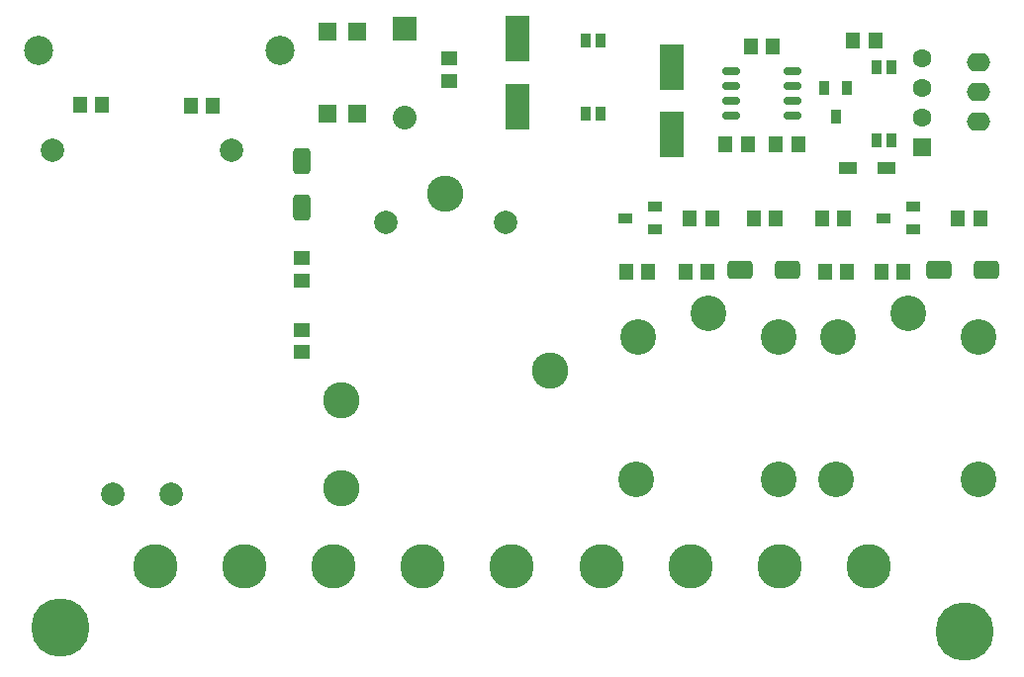
<source format=gbr>
G04*
G04 #@! TF.GenerationSoftware,Altium Limited,Altium Designer,25.0.2 (28)*
G04*
G04 Layer_Color=255*
%FSTAX25Y25*%
%MOIN*%
G70*
G04*
G04 #@! TF.SameCoordinates,1D9F657F-D979-4B8D-A71A-BEDC461EC683*
G04*
G04*
G04 #@! TF.FilePolarity,Positive*
G04*
G01*
G75*
%ADD19R,0.04724X0.05512*%
%ADD20R,0.06102X0.06102*%
%ADD21R,0.03347X0.04724*%
%ADD22R,0.07874X0.15748*%
%ADD23R,0.05512X0.04724*%
G04:AMPARAMS|DCode=24|XSize=59.06mil|YSize=43.31mil|CornerRadius=3.9mil|HoleSize=0mil|Usage=FLASHONLY|Rotation=0.000|XOffset=0mil|YOffset=0mil|HoleType=Round|Shape=RoundedRectangle|*
%AMROUNDEDRECTD24*
21,1,0.05906,0.03551,0,0,0.0*
21,1,0.05126,0.04331,0,0,0.0*
1,1,0.00780,0.02563,-0.01776*
1,1,0.00780,-0.02563,-0.01776*
1,1,0.00780,-0.02563,0.01776*
1,1,0.00780,0.02563,0.01776*
%
%ADD24ROUNDEDRECTD24*%
%ADD25R,0.03200X0.04800*%
%ADD26R,0.04724X0.03347*%
G04:AMPARAMS|DCode=27|XSize=25.59mil|YSize=59.06mil|CornerRadius=6.4mil|HoleSize=0mil|Usage=FLASHONLY|Rotation=90.000|XOffset=0mil|YOffset=0mil|HoleType=Round|Shape=RoundedRectangle|*
%AMROUNDEDRECTD27*
21,1,0.02559,0.04626,0,0,90.0*
21,1,0.01280,0.05906,0,0,90.0*
1,1,0.01280,0.02313,0.00640*
1,1,0.01280,0.02313,-0.00640*
1,1,0.01280,-0.02313,-0.00640*
1,1,0.01280,-0.02313,0.00640*
%
%ADD27ROUNDEDRECTD27*%
G04:AMPARAMS|DCode=28|XSize=88.58mil|YSize=61.02mil|CornerRadius=15.26mil|HoleSize=0mil|Usage=FLASHONLY|Rotation=180.000|XOffset=0mil|YOffset=0mil|HoleType=Round|Shape=RoundedRectangle|*
%AMROUNDEDRECTD28*
21,1,0.08858,0.03051,0,0,180.0*
21,1,0.05807,0.06102,0,0,180.0*
1,1,0.03051,-0.02904,0.01526*
1,1,0.03051,0.02904,0.01526*
1,1,0.03051,0.02904,-0.01526*
1,1,0.03051,-0.02904,-0.01526*
%
%ADD28ROUNDEDRECTD28*%
G04:AMPARAMS|DCode=29|XSize=88.58mil|YSize=61.02mil|CornerRadius=15.26mil|HoleSize=0mil|Usage=FLASHONLY|Rotation=270.000|XOffset=0mil|YOffset=0mil|HoleType=Round|Shape=RoundedRectangle|*
%AMROUNDEDRECTD29*
21,1,0.08858,0.03051,0,0,270.0*
21,1,0.05807,0.06102,0,0,270.0*
1,1,0.03051,-0.01526,-0.02904*
1,1,0.03051,-0.01526,0.02904*
1,1,0.03051,0.01526,0.02904*
1,1,0.03051,0.01526,-0.02904*
%
%ADD29ROUNDEDRECTD29*%
%ADD64R,0.08000X0.08000*%
%ADD65C,0.08000*%
%ADD66C,0.14961*%
%ADD67C,0.07874*%
%ADD68C,0.12268*%
%ADD69R,0.06299X0.06299*%
%ADD70C,0.06299*%
%ADD71C,0.09843*%
%ADD72C,0.12000*%
%ADD73C,0.19685*%
%ADD74C,0.01968*%
%ADD75O,0.07874X0.06299*%
D19*
X0303316Y015333D02*
D03*
X0295836D02*
D03*
X0286336Y0231292D02*
D03*
X0293816D02*
D03*
X0259316Y0229532D02*
D03*
X0251836D02*
D03*
X0267816Y0196292D02*
D03*
X0260336D02*
D03*
X0250816Y0196318D02*
D03*
X0243336D02*
D03*
X0238816Y0171524D02*
D03*
X0231336D02*
D03*
X0260316Y0171498D02*
D03*
X0252836D02*
D03*
X0229836Y015333D02*
D03*
X0237316D02*
D03*
X0217317Y0153304D02*
D03*
X0209836D02*
D03*
X0283316Y0171498D02*
D03*
X0275836D02*
D03*
X0329039D02*
D03*
X0321559D02*
D03*
X0284316Y0153304D02*
D03*
X0276836D02*
D03*
X0025802Y0209606D02*
D03*
X0033282D02*
D03*
X0070539Y0209531D02*
D03*
X0063059D02*
D03*
D20*
X0109059Y0234311D02*
D03*
X0119059D02*
D03*
X0109059Y0206752D02*
D03*
X0119059D02*
D03*
D21*
X0276679Y0215453D02*
D03*
X0284259Y0215431D02*
D03*
X0280539Y020561D02*
D03*
D22*
X0225059Y0199614D02*
D03*
Y0222449D02*
D03*
X0173059Y0231949D02*
D03*
Y0209114D02*
D03*
D23*
X0150059Y0225254D02*
D03*
Y0217774D02*
D03*
X0100559Y0158012D02*
D03*
Y0150531D02*
D03*
Y0126274D02*
D03*
Y0133754D02*
D03*
D24*
X0284445Y0188531D02*
D03*
X0297673D02*
D03*
D25*
X0299059Y0222431D02*
D03*
X0294059D02*
D03*
Y0197632D02*
D03*
X0299059D02*
D03*
X0196059Y0206631D02*
D03*
X0201059D02*
D03*
Y0231432D02*
D03*
X0196059D02*
D03*
D26*
X0209638Y0171552D02*
D03*
X0219459Y0167832D02*
D03*
X021948Y0175411D02*
D03*
X0296638Y0171552D02*
D03*
X0306459Y0167832D02*
D03*
X030648Y0175411D02*
D03*
D27*
X0265976Y0206031D02*
D03*
X0265976Y0211032D02*
D03*
Y0216032D02*
D03*
X0265976Y0221031D02*
D03*
X0245142Y0221031D02*
D03*
X0245142Y0216032D02*
D03*
Y0211032D02*
D03*
X0245142Y0206031D02*
D03*
D28*
X0331059Y0154032D02*
D03*
X0315311D02*
D03*
X0248311D02*
D03*
X0264059D02*
D03*
D29*
X0100559Y0175031D02*
D03*
Y0190779D02*
D03*
D64*
X0135059Y0235492D02*
D03*
D65*
Y0205571D02*
D03*
D66*
X0051059Y0054031D02*
D03*
X0081059D02*
D03*
X0111059D02*
D03*
X0141059D02*
D03*
X0171059D02*
D03*
X0201559D02*
D03*
X0231559D02*
D03*
X0261559D02*
D03*
X0291559D02*
D03*
D67*
X0036874Y0078531D02*
D03*
X0056559D02*
D03*
X0016402Y019428D02*
D03*
X0077031D02*
D03*
X0128941Y0170031D02*
D03*
X0169098D02*
D03*
D68*
X011398Y0080268D02*
D03*
X0184059Y0120031D02*
D03*
X011398Y0110189D02*
D03*
X014902Y0179874D02*
D03*
D69*
X0309559Y0195531D02*
D03*
D70*
Y0205532D02*
D03*
Y0225532D02*
D03*
Y0215531D02*
D03*
D71*
X0012008Y0228031D02*
D03*
X009311D02*
D03*
D72*
X0237437Y0139437D02*
D03*
X0261059Y0083531D02*
D03*
X0213059Y0083531D02*
D03*
X0261059Y0131563D02*
D03*
X0213815D02*
D03*
X0304937Y0139437D02*
D03*
X0328559Y0083531D02*
D03*
X0280559D02*
D03*
X0328559Y0131563D02*
D03*
X0281315D02*
D03*
D73*
X0324008Y0032033D02*
D03*
X0019059Y0033531D02*
D03*
D74*
X0332008Y0030033D02*
D03*
X0331079Y0036275D02*
D03*
X0326008Y0040033D02*
D03*
X0319765Y0039104D02*
D03*
X0316008Y0034033D02*
D03*
X0316937Y002779D02*
D03*
X0322008Y0024033D02*
D03*
X0328251Y0024962D02*
D03*
X0027059Y0031532D02*
D03*
X002613Y0037774D02*
D03*
X0021059Y0041532D02*
D03*
X0014816Y0040603D02*
D03*
X0011059Y0035531D02*
D03*
X0011988Y0029289D02*
D03*
X0017059Y0025532D02*
D03*
X0023302Y002646D02*
D03*
D75*
X0328559Y0224031D02*
D03*
Y0214032D02*
D03*
Y0204031D02*
D03*
M02*

</source>
